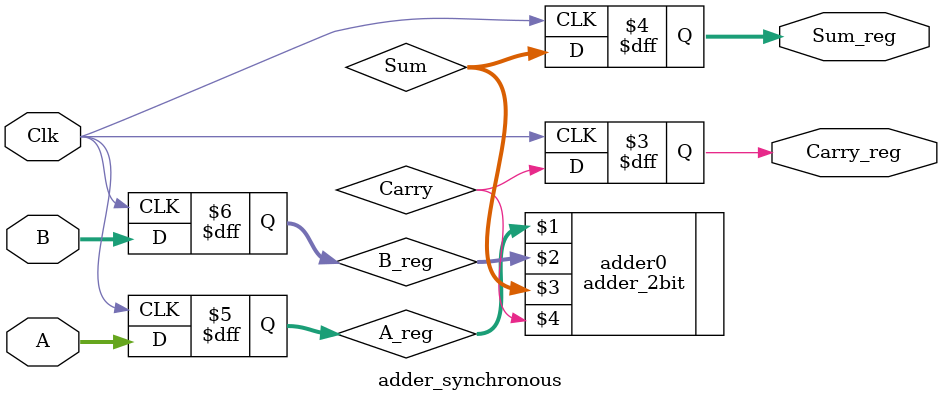
<source format=v>
`timescale 1ns / 1ps


module adder_synchronous(Carry_reg, Sum_reg, Clk, A, B);
    output reg Carry_reg;
    output reg [1:0] Sum_reg;
    input wire Clk;
    input wire [1:0] A, B;
    
    reg [1:0] A_reg, B_reg;
    wire Carry;
    wire [1:0] Sum;
    
    //Something about initializing the adder here
    adder_2bit adder0(A_reg, B_reg, Sum, Carry);
    
    always@(posedge Clk)
        begin
            A_reg <= A;
            B_reg <= B;
        end
    
    always@(posedge Clk)
        begin
            Carry_reg <= Carry;
            Sum_reg <= Sum;
        end
endmodule

</source>
